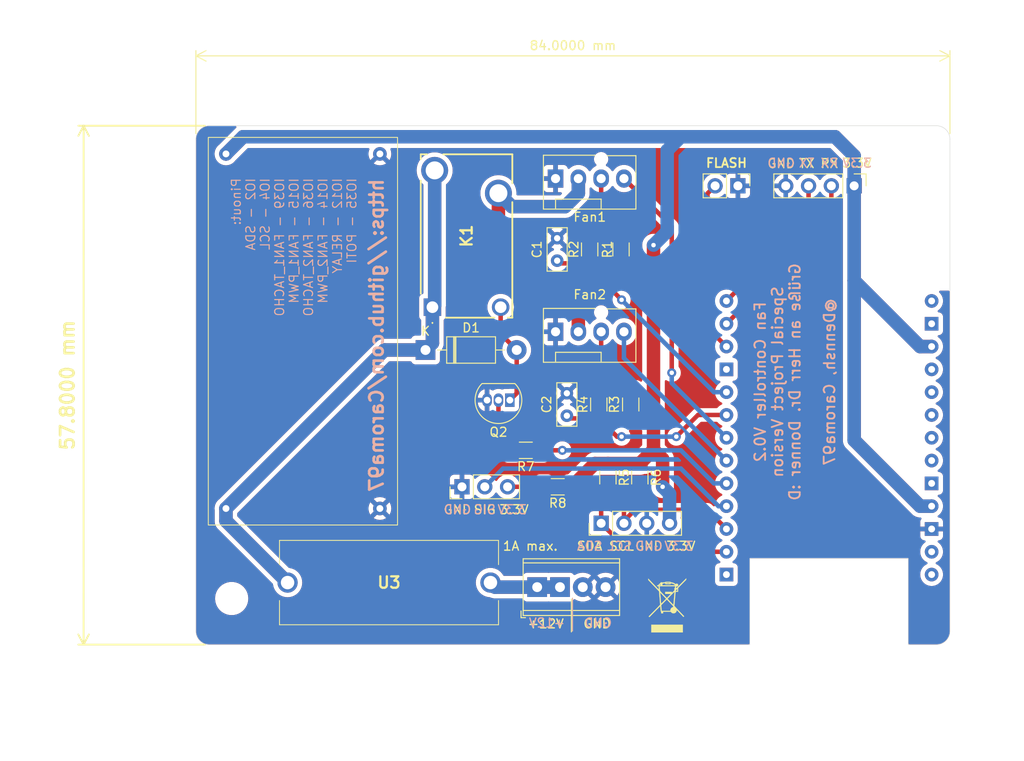
<source format=kicad_pcb>
(kicad_pcb (version 20221018) (generator pcbnew)
  (title_block (title "WS2812-Controller Ethernet") (date "2022-01-30") (rev "0.3") (company "haus-automatisierung.com") (comment 1 "Matthias Kleine"))
  (layers (0 "F.Cu" signal) (31 "B.Cu" signal) (34 "B.Paste" user) (35 "F.Paste" user) (36 "B.SilkS" user "B.Silkscreen") (37 "F.SilkS" user "F.Silkscreen") (38 "B.Mask" user) (39 "F.Mask" user) (44 "Edge.Cuts" user))
  (net 0 "")
  (net 1 "GND")
  (net 2 "/TX")
  (net 3 "/RX")
  (net 4 "IO0")
  (net 12 "+12V")
  (net 15 "FAN1_TACHO")
  (net 18 "Net-(D1-A)")
  (net 19 "FAN_VCC")
  (net 20 "FAN1_PWM")
  (net 21 "FAN2_TACHO")
  (net 22 "FAN2_PWM")
  (net 23 "SDA")
  (net 24 "SCL")
  (net 25 "+3V3")
  (net 27 "POTI")
  (net 28 "RELAY")
  (net 29 "Net-(Q2-B)")
  (net 30 "Net-(R8-Pad2)")
  (net 31 "GPIO_FAN1_TACHO")
  (net 32 "GPIO_FAN2_TACHO")
  (net 33 "/SUPPLY")
  (footprint "TerminalBlock_Phoenix:TerminalBlock_Phoenix_MPT-0,5-4-2.54_1x04_P2.54mm_Horizontal" (layer "F.Cu") (at 182.621 109.22)
    (fp_text reference "J2" hide)
    (fp_text value "Conn_01x04_Male")
    (pad "1" thru_hole rect (at 0 0) (size 2.2 2.2) (drill 1.1) (layers "*.Cu" "*.Mask") (net 33 "/SUPPLY"))
    (pad "2" thru_hole rect (at 2.54 0) (size 2.2 2.2) (drill 1.1) (layers "*.Cu" "*.Mask") (net 33 "/SUPPLY"))
    (pad "3" thru_hole circle (at 5.08 0) (size 2.2 2.2) (drill 1.1) (layers "*.Cu" "*.Mask") (net 1 "GND"))
    (pad "4" thru_hole circle (at 7.62 0) (size 2.2 2.2) (drill 1.1) (layers "*.Cu" "*.Mask") (net 1 "GND"))
  )
  (footprint "Connector_PinHeader_2.54mm:PinHeader_1x04_P2.54mm_Vertical" (layer "F.Cu") (at 217.932 64.516 -90)
    (fp_text reference "J1" hide)
    (fp_text value "Programming Port")
    (pad "1" thru_hole rect (at 0 0 270) (size 1.7 1.7) (drill 1) (layers "*.Cu" "*.Mask") (net 25 "+3V3"))
    (pad "2" thru_hole oval (at 0 2.54 270) (size 1.7 1.7) (drill 1) (layers "*.Cu" "*.Mask") (net 3 "/RX"))
    (pad "3" thru_hole oval (at 0 5.08 270) (size 1.7 1.7) (drill 1) (layers "*.Cu" "*.Mask") (net 2 "/TX"))
    (pad "4" thru_hole oval (at 0 7.62 270) (size 1.7 1.7) (drill 1) (layers "*.Cu" "*.Mask") (net 1 "GND"))
  )
  (footprint "Symbol:WEEE-Logo_4.2x6mm_SilkScreen" (layer "F.Cu") (at 197.104 111.252)
    (fp_text reference "REF**" hide)
    (fp_text value "WEEE-Logo_4.2x6mm_SilkScreen" hide)
  )
  (footprint "Connector_PinHeader_2.54mm:PinHeader_1x02_P2.54mm_Vertical" (layer "F.Cu") (at 204.983 64.516 -90)
    (fp_text reference "J5" hide)
    (fp_text value "Flash")
    (pad "1" thru_hole rect (at 0 0 270) (size 1.7 1.7) (drill 1) (layers "*.Cu" "*.Mask") (net 1 "GND"))
    (pad "2" thru_hole oval (at 0 2.54 270) (size 1.7 1.7) (drill 1) (layers "*.Cu" "*.Mask") (net 4 "IO0"))
  )
  (footprint "Library:0PTF0078P" (layer "F.Cu") (at 166.116 108.712 180)
    (fp_text reference "U3" (at 0 0 180) (layer "F.SilkS") (effects (font (size 1.27 1.27) (thickness 0.254))))
    (fp_text value "0PTF0078P" hide)
    (pad "1" thru_hole circle (at -11.3 0 180) (size 2.25 2.25) (drill 1.5) (layers "*.Cu" "*.Mask") (net 33 "/SUPPLY"))
    (pad "2" thru_hole circle (at 11.3 0 180) (size 2.25 2.25) (drill 1.5) (layers "*.Cu" "*.Mask") (net 12 "+12V"))
  )
  (footprint "Resistor_SMD:R_1206_3216Metric_Pad1.30x1.75mm_HandSolder" (layer "F.Cu") (at 190.5 97.002 -90)
    (fp_text reference "R5" (at 0 -1.82 90) (layer "F.SilkS"))
    (fp_text value "3,3k")
    (pad "1" smd roundrect (at -1.55 0 270) (size 1.3 1.75) (layers "F.Cu" "F.Paste" "F.Mask") (roundrect_rratio 0.1923076923) (net 25 "+3V3"))
    (pad "2" smd roundrect (at 1.55 0 270) (size 1.3 1.75) (layers "F.Cu" "F.Paste" "F.Mask") (roundrect_rratio 0.1923076923) (net 23 "SDA"))
  )
  (footprint "Connector_PinHeader_2.54mm:PinHeader_1x03_P2.54mm_Vertical" (layer "F.Cu") (at 174.244 98.044 90)
    (fp_text reference "RV1" hide)
    (fp_text value "10k")
    (pad "1" thru_hole rect (at 0 0 90) (size 1.7 1.7) (drill 1) (layers "*.Cu" "*.Mask") (net 1 "GND"))
    (pad "2" thru_hole oval (at 0 2.54 90) (size 1.7 1.7) (drill 1) (layers "*.Cu" "*.Mask") (net 27 "POTI"))
    (pad "3" thru_hole oval (at 0 5.08 90) (size 1.7 1.7) (drill 1) (layers "*.Cu" "*.Mask") (net 30 "Net-(R8-Pad2)"))
  )
  (footprint "Capacitor_THT:C_Rect_L4.6mm_W2.0mm_P2.50mm_MKS02_FKP02" (layer "F.Cu") (at 185.928 90.124 90)
    (fp_text reference "C2" (at 1.25 -2.25 90) (layer "F.SilkS"))
    (fp_text value "0,1n")
    (pad "1" thru_hole circle (at 0 0 90) (size 1.4 1.4) (drill 0.7) (layers "*.Cu" "*.Mask") (net 32 "GPIO_FAN2_TACHO"))
    (pad "2" thru_hole circle (at 2.5 0 90) (size 1.4 1.4) (drill 0.7) (layers "*.Cu" "*.Mask") (net 1 "GND"))
  )
  (footprint "Connector:FanPinHeader_1x04_P2.54mm_Vertical" (layer "F.Cu") (at 184.668 63.708)
    (fp_text reference "J3" hide)
    (fp_text value "FAN1")
    (pad "" np_thru_hole circle (at 5.08 -2.16 90) (size 1.1 1.1) (drill 1.1) (layers "*.Cu" "*.Mask"))
    (pad "1" thru_hole rect (at 0 0 90) (size 2.03 1.73) (drill 1.02) (layers "*.Cu" "*.Mask") (net 1 "GND"))
    (pad "2" thru_hole oval (at 2.54 0 90) (size 2.03 1.73) (drill 1.02) (layers "*.Cu" "*.Mask") (net 19 "FAN_VCC"))
    (pad "3" thru_hole oval (at 5.08 0 90) (size 2.03 1.73) (drill 1.02) (layers "*.Cu" "*.Mask") (net 15 "FAN1_TACHO"))
    (pad "4" thru_hole oval (at 7.62 0 90) (size 2.03 1.73) (drill 1.02) (layers "*.Cu" "*.Mask") (net 20 "FAN1_PWM"))
  )
  (footprint "Library:20715563" (layer "F.Cu") (at 170.952 78.034 90)
    (fp_text reference "K1" (at 7.93 3.8 90) (layer "F.SilkS") (effects (font (size 1.27 1.27) (thickness 0.254))))
    (fp_text value "2071556-3" hide)
    (pad "1" thru_hole rect (at 0 0 90) (size 1.95 1.95) (drill 1.3) (layers "*.Cu" "*.Mask") (net 12 "+12V"))
    (pad "2" thru_hole circle (at 15.24 0.25 90) (size 3 3) (drill 2) (layers "*.Cu" "*.Mask") (net 12 "+12V"))
    (pad "3" thru_hole circle (at 12.7 7.35 90) (size 3 3) (drill 2) (layers "*.Cu" "*.Mask") (net 19 "FAN_VCC"))
    (pad "4" thru_hole circle (at 0 7.6 90) (size 1.95 1.95) (drill 1.3) (layers "*.Cu" "*.Mask") (net 18 "Net-(D1-A)"))
  )
  (footprint "Resistor_SMD:R_1206_3216Metric_Pad1.30x1.75mm_HandSolder" (layer "F.Cu") (at 184.912 98.044 180)
    (fp_text reference "R8" (at 0 -1.82) (layer "F.SilkS"))
    (fp_text value "3,3k")
    (pad "1" smd roundrect (at -1.55 0 180) (size 1.3 1.75) (layers "F.Cu" "F.Paste" "F.Mask") (roundrect_rratio 0.192308) (net 25 "+3V3"))
    (pad "2" smd roundrect (at 1.55 0 180) (size 1.3 1.75) (layers "F.Cu" "F.Paste" "F.Mask") (roundrect_rratio 0.192308) (net 30 "Net-(R8-Pad2)"))
  )
  (footprint "MountingHole:MountingHole_3.2mm_M3" (layer "F.Cu") (at 225.044 61.341)
    (fp_text reference "H3" hide)
    (fp_text value "MountingHole")
    (pad "" np_thru_hole circle (at 0 0) (size 3.2 3.2) (drill 3.2) (layers "*.Cu" "*.Mask"))
  )
  (footprint "Connector_PinHeader_2.54mm:PinHeader_1x04_P2.54mm_Vertical" (layer "F.Cu") (at 189.748 102.108 90)
    (fp_text reference "J6" hide)
    (fp_text value "I2C")
    (pad "1" thru_hole rect (at 0 0 90) (size 1.7 1.7) (drill 1) (layers "*.Cu" "*.Mask") (net 23 "SDA"))
    (pad "2" thru_hole oval (at 0 2.54 90) (size 1.7 1.7) (drill 1) (layers "*.Cu" "*.Mask") (net 24 "SCL"))
    (pad "3" thru_hole oval (at 0 5.08 90) (size 1.7 1.7) (drill 1) (layers "*.Cu" "*.Mask") (net 1 "GND"))
    (pad "4" thru_hole oval (at 0 7.62 90) (size 1.7 1.7) (drill 1) (layers "*.Cu" "*.Mask") (net 25 "+3V3"))
  )
  (footprint "Connector:FanPinHeader_1x04_P2.54mm_Vertical" (layer "F.Cu") (at 184.668 80.772)
    (fp_text reference "J4" hide)
    (fp_text value "FAN2")
    (pad "" np_thru_hole circle (at 5.08 -2.16 90) (size 1.1 1.1) (drill 1.1) (layers "*.Cu" "*.Mask"))
    (pad "1" thru_hole rect (at 0 0 90) (size 2.03 1.73) (drill 1.02) (layers "*.Cu" "*.Mask") (net 1 "GND"))
    (pad "2" thru_hole oval (at 2.54 0 90) (size 2.03 1.73) (drill 1.02) (layers "*.Cu" "*.Mask") (net 19 "FAN_VCC"))
    (pad "3" thru_hole oval (at 5.08 0 90) (size 2.03 1.73) (drill 1.02) (layers "*.Cu" "*.Mask") (net 21 "FAN2_TACHO"))
    (pad "4" thru_hole oval (at 7.62 0 90) (size 2.03 1.73) (drill 1.02) (layers "*.Cu" "*.Mask") (net 22 "FAN2_PWM"))
  )
  (footprint "Diode_THT:D_DO-41_SOD81_P10.16mm_Horizontal" (layer "F.Cu") (at 170.18 82.804)
    (fp_text reference "D1" (at 5.08 -2.47) (layer "F.SilkS"))
    (fp_text value "1N4007")
    (fp_text user "K" (at 0 -2.1) (layer "F.SilkS"))
    (pad "1" thru_hole rect (at 0 0) (size 2.2 2.2) (drill 1.1) (layers "*.Cu" "*.Mask") (net 12 "+12V"))
    (pad "2" thru_hole oval (at 10.16 0) (size 2.2 2.2) (drill 1.1) (layers "*.Cu" "*.Mask") (net 18 "Net-(D1-A)"))
  )
  (footprint "Resistor_SMD:R_1206_3216Metric_Pad1.30x1.75mm_HandSolder" (layer "F.Cu") (at 194.056 97.002 -90)
    (fp_text reference "R6" (at 0 -1.82 90) (layer "F.SilkS"))
    (fp_text value "3,3k")
    (pad "1" smd roundrect (at -1.55 0 270) (size 1.3 1.75) (layers "F.Cu" "F.Paste" "F.Mask") (roundrect_rratio 0.1923076923) (net 25 "+3V3"))
    (pad "2" smd roundrect (at 1.55 0 270) (size 1.3 1.75) (layers "F.Cu" "F.Paste" "F.Mask") (roundrect_rratio 0.1923076923) (net 24 "SCL"))
  )
  (footprint "Resistor_SMD:R_1206_3216Metric_Pad1.30x1.75mm_HandSolder" (layer "F.Cu") (at 193.04 88.874 90)
    (fp_text reference "R3" (at 0 -1.82 90) (layer "F.SilkS"))
    (fp_text value "10k")
    (pad "1" smd roundrect (at -1.55 0 90) (size 1.3 1.75) (layers "F.Cu" "F.Paste" "F.Mask") (roundrect_rratio 0.1923076923) (net 25 "+3V3"))
    (pad "2" smd roundrect (at 1.55 0 90) (size 1.3 1.75) (layers "F.Cu" "F.Paste" "F.Mask") (roundrect_rratio 0.1923076923) (net 21 "FAN2_TACHO"))
  )
  (footprint "Resistor_SMD:R_1206_3216Metric_Pad1.30x1.75mm_HandSolder" (layer "F.Cu") (at 191.959 71.602 90)
    (fp_text reference "R1" (at 0 -1.524 90) (layer "F.SilkS"))
    (fp_text value "10k")
    (pad "1" smd roundrect (at -1.55 0 90) (size 1.3 1.75) (layers "F.Cu" "F.Paste" "F.Mask") (roundrect_rratio 0.1923076923) (net 25 "+3V3"))
    (pad "2" smd roundrect (at 1.55 0 90) (size 1.3 1.75) (layers "F.Cu" "F.Paste" "F.Mask") (roundrect_rratio 0.1923076923) (net 15 "FAN1_TACHO"))
  )
  (footprint "Resistor_SMD:R_1206_3216Metric_Pad1.30x1.75mm_HandSolder" (layer "F.Cu") (at 189.484 88.874 -90)
    (fp_text reference "R4" (at 0 1.768 90) (layer "F.SilkS"))
    (fp_text value "3,3k")
    (pad "1" smd roundrect (at -1.55 0 270) (size 1.3 1.75) (layers "F.Cu" "F.Paste" "F.Mask") (roundrect_rratio 0.1923076923) (net 21 "FAN2_TACHO"))
    (pad "2" smd roundrect (at 1.55 0 270) (size 1.3 1.75) (layers "F.Cu" "F.Paste" "F.Mask") (roundrect_rratio 0.1923076923) (net 32 "GPIO_FAN2_TACHO"))
  )
  (footprint "Capacitor_THT:C_Rect_L4.6mm_W2.0mm_P2.50mm_MKS02_FKP02" (layer "F.Cu") (at 184.847 72.852 90)
    (fp_text reference "C1" (at 1.25 -2.25 90) (layer "F.SilkS"))
    (fp_text value "0,1n")
    (pad "1" thru_hole circle (at 0 0 90) (size 1.4 1.4) (drill 0.7) (layers "*.Cu" "*.Mask") (net 31 "GPIO_FAN1_TACHO"))
    (pad "2" thru_hole circle (at 2.5 0 90) (size 1.4 1.4) (drill 0.7) (layers "*.Cu" "*.Mask") (net 1 "GND"))
  )
  (footprint "Package_TO_SOT_THT:TO-92_Inline" (layer "F.Cu") (at 179.578 88.392 180)
    (fp_text reference "Q2" (at 1.27 -3.56) (layer "F.SilkS"))
    (fp_text value "BC547")
    (pad "1" thru_hole rect (at 0 0 180) (size 1.05 1.5) (drill 0.75) (layers "*.Cu" "*.Mask") (net 18 "Net-(D1-A)"))
    (pad "2" thru_hole oval (at 1.27 0 180) (size 1.05 1.5) (drill 0.75) (layers "*.Cu" "*.Mask") (net 29 "Net-(Q2-B)"))
    (pad "3" thru_hole oval (at 2.54 0 180) (size 1.05 1.5) (drill 0.75) (layers "*.Cu" "*.Mask") (net 1 "GND"))
  )
  (footprint "Resistor_SMD:R_1206_3216Metric_Pad1.30x1.75mm_HandSolder" (layer "F.Cu") (at 181.356 93.98 180)
    (fp_text reference "R7" (at 0 -1.82) (layer "F.SilkS"))
    (fp_text value "1k")
    (pad "1" smd roundrect (at -1.55 0 180) (size 1.3 1.75) (layers "F.Cu" "F.Paste" "F.Mask") (roundrect_rratio 0.192308) (net 28 "RELAY"))
    (pad "2" smd roundrect (at 1.55 0 180) (size 1.3 1.75) (layers "F.Cu" "F.Paste" "F.Mask") (roundrect_rratio 0.192308) (net 29 "Net-(Q2-B)"))
  )
  (footprint "SamacSys_Parts:2596S-ADJ_3A_DC-DC_Step_Down_Buck_Power_Module" (layer "F.Cu") (at 156.527 80.71 90)
    (fp_text reference "U2" hide)
    (fp_text value "~")
    (pad "1" thru_hole circle (at -19.75 -8.573 90) (size 1.524 1.524) (drill 0.762) (layers "*.Cu" "*.Mask") (net 12 "+12V"))
    (pad "2" thru_hole circle (at -19.75 8.573 90) (size 1.524 1.524) (drill 0.762) (layers "*.Cu" "*.Mask") (net 1 "GND"))
    (pad "3" thru_hole circle (at 19.75 8.573) (size 1.524 1.524) (drill 0.762) (layers "*.Cu" "*.Mask") (net 1 "GND"))
    (pad "4" thru_hole circle (at 19.75 -8.573 90) (size 1.524 1.524) (drill 0.762) (layers "*.Cu" "*.Mask") (net 25 "+3V3"))
  )
  (footprint "Resistor_SMD:R_1206_3216Metric_Pad1.30x1.75mm_HandSolder" (layer "F.Cu") (at 188.468 71.602 -90)
    (fp_text reference "R2" (at 0 1.768 90) (layer "F.SilkS"))
    (fp_text value "3,3k")
    (pad "1" smd roundrect (at -1.55 0 270) (size 1.3 1.75) (layers "F.Cu" "F.Paste" "F.Mask") (roundrect_rratio 0.1923076923) (net 15 "FAN1_TACHO"))
    (pad "2" smd roundrect (at 1.55 0 270) (size 1.3 1.75) (layers "F.Cu" "F.Paste" "F.Mask") (roundrect_rratio 0.1923076923) (net 31 "GPIO_FAN1_TACHO"))
  )
  (footprint "MountingHole:MountingHole_3.2mm_M3" (layer "F.Cu") (at 148.59 110.49)
    (fp_text reference "H1" hide)
    (fp_text value "MountingHole")
    (pad "" np_thru_hole circle (at 0 0) (size 3.2 3.2) (drill 3.2) (layers "*.Cu" "*.Mask"))
  )
  (footprint "haus-automatisierung:WT32_ETH01" (layer "B.Cu") (at 214.426815 73.552049 180)
    (fp_text reference "U1" hide)
    (fp_text value "WT32_ETH01")
    (pad "1" thru_hole circle (at -12.13612 -3.78968 180) (size 1.524 1.524) (drill 0.762) (layers "*.Cu" "*.Mask"))
    (pad "2" thru_hole rect (at -12.13612 -6.32968 180) (size 1.524 1.524) (drill 0.762) (layers "*.Cu" "*.Mask"))
    (pad "3" thru_hole circle (at -12.13612 -8.86968 180) (size 1.524 1.524) (drill 0.762) (layers "*.Cu" "*.Mask") (net 25 "+3V3"))
    (pad "4" thru_hole circle (at -12.13612 -11.40968 180) (size 1.524 1.524) (drill 0.762) (layers "*.Cu" "*.Mask"))
    (pad "5" thru_hole circle (at -12.13612 -13.94968 180) (size 1.524 1.524) (drill 0.762) (layers "*.Cu" "*.Mask"))
    (pad "6" thru_hole circle (at -12.13612 -16.48968 180) (size 1.524 1.524) (drill 0.762) (layers "*.Cu" "*.Mask"))
    (pad "7" thru_hole circle (at -12.13612 -19.02968 180) (size 1.524 1.524) (drill 0.762) (layers "*.Cu" "*.Mask"))
    (pad "8" thru_hole circle (at -12.13612 -21.56968 180) (size 1.524 1.524) (drill 0.762) (layers "*.Cu" "*.Mask"))
    (pad "9" thru_hole rect (at -12.13612 -24.10968 180) (size 1.524 1.524) (drill 0.762) (layers "*.Cu" "*.Mask"))
    (pad "10" thru_hole circle (at -12.13612 -26.64968 180) (size 1.524 1.524) (drill 0.762) (layers "*.Cu" "*.Mask") (net 25 "+3V3"))
    (pad "11" thru_hole rect (at -12.13612 -29.18968 180) (size 1.524 1.524) (drill 0.762) (layers "*.Cu" "*.Mask") (net 1 "GND"))
    (pad "12" thru_hole circle (at -12.13612 -31.72968 180) (size 1.524 1.524) (drill 0.762) (layers "*.Cu" "*.Mask"))
    (pad "13" thru_hole circle (at -12.13612 -34.26968 180) (size 1.524 1.524) (drill 0.762) (layers "*.Cu" "*.Mask"))
    (pad "14" thru_hole circle (at 10.72388 -3.78968 180) (size 1.524 1.524) (drill 0.762) (layers "*.Cu" "*.Mask") (net 2 "/TX"))
    (pad "15" thru_hole circle (at 10.72388 -6.32968 180) (size 1.524 1.524) (drill 0.762) (layers "*.Cu" "*.Mask") (net 3 "/RX"))
    (pad "16" thru_hole circle (at 10.72388 -8.86968 180) (size 1.524 1.524) (drill 0.762) (layers "*.Cu" "*.Mask") (net 4 "IO0"))
    (pad "17" thru_hole rect (at 10.72388 -11.40968 180) (size 1.524 1.524) (drill 0.762) (layers "*.Cu" "*.Mask"))
    (pad "18" thru_hole circle (at 10.72388 -13.94968 180) (size 1.524 1.524) (drill 0.762) (layers "*.Cu" "*.Mask") (net 31 "GPIO_FAN1_TACHO"))
    (pad "19" thru_hole circle (at 10.72388 -16.48968 180) (size 1.524 1.524) (drill 0.762) (layers "*.Cu" "*.Mask") (net 32 "GPIO_FAN2_TACHO"))
    (pad "20" thru_hole circle (at 10.72388 -19.02968 180) (size 1.524 1.524) (drill 0.762) (layers "*.Cu" "*.Mask") (net 20 "FAN1_PWM"))
    (pad "21" thru_hole circle (at 10.72388 -21.56968 180) (size 1.524 1.524) (drill 0.762) (layers "*.Cu" "*.Mask") (net 22 "FAN2_PWM"))
    (pad "22" thru_hole circle (at 10.72388 -24.10968 180) (size 1.524 1.524) (drill 0.762) (layers "*.Cu" "*.Mask") (net 28 "RELAY"))
    (pad "23" thru_hole circle (at 10.72388 -26.64968 180) (size 1.524 1.524) (drill 0.762) (layers "*.Cu" "*.Mask") (net 27 "POTI"))
    (pad "24" thru_hole circle (at 10.72388 -29.18968 180) (size 1.524 1.524) (drill 0.762) (layers "*.Cu" "*.Mask") (net 24 "SCL"))
    (pad "25" thru_hole circle (at 10.72388 -31.72968 180) (size 1.524 1.524) (drill 0.762) (layers "*.Cu" "*.Mask") (net 23 "SDA"))
    (pad "26" thru_hole rect (at 10.72388 -34.26968 180) (size 1.524 1.524) (drill 0.762) (layers "*.Cu" "*.Mask"))
  )
  (gr_line (start 186.558 114.1072) (end 186.558 110.4496) (stroke (width 0.12)) (layer "B.SilkS"))
  (gr_line (start 186.431 110.5512) (end 186.431 114.2088) (stroke (width 0.12)) (layer "F.SilkS"))
  (gr_line locked (start 228.602895 114.117268) (end 228.602895 59.326188) (stroke (width 0.05)) (layer "Edge.Cuts"))
  (gr_arc locked (start 228.602895 114.117268) (mid 228.162227 115.18105) (end 227.098435 115.621728) (stroke (width 0.05)) (layer "Edge.Cuts"))
  (gr_arc locked (start 227.098435 57.821728) (mid 228.162295 58.26235) (end 228.602895 59.326188) (stroke (width 0.05)) (layer "Edge.Cuts"))
  (gr_arc locked (start 144.602935 59.326188) (mid 145.043593 58.262385) (end 146.107395 57.821728) (stroke (width 0.05)) (layer "Edge.Cuts"))
  (gr_line locked (start 144.602935 59.326188) (end 144.602935 114.121728) (stroke (width 0.05)) (layer "Edge.Cuts"))
  (gr_line locked (start 146.107395 57.821728) (end 227.098435 57.821728) (stroke (width 0.05)) (layer "Edge.Cuts"))
  (gr_line locked (start 206.302935 106.021728) (end 223.962935 106.021728) (stroke (width 0.05)) (layer "Edge.Cuts"))
  (gr_line locked (start 223.962935 115.621728) (end 227.098435 115.621728) (stroke (width 0.05)) (layer "Edge.Cuts"))
  (gr_line locked (start 206.302935 115.621728) (end 146.102935 115.621728) (stroke (width 0.05)) (layer "Edge.Cuts"))
  (gr_line locked (start 206.302935 115.621728) (end 206.302935 106.021728) (stroke (width 0.05)) (layer "Edge.Cuts"))
  (gr_arc locked (start 146.102935 115.621728) (mid 145.042242 115.182402) (end 144.602935 114.121728) (stroke (width 0.05)) (layer "Edge.Cuts"))
  (gr_line locked (start 223.962935 106.021728) (end 223.962935 115.621728) (stroke (width 0.05)) (layer "Edge.Cuts"))
  (gr_text "Fan Controller V0.2\nSpecial Project Version\nGrüße an Herr Dr. Donner :D\n\n@Dennsh, Caroma97" (at 211.328 86.36 90) (layer "B.SilkS") (effects (font (size 1.2 1.2) (thickness 0.2)) (justify mirror)))
  (gr_text "GND" (at 189.423064 113.201672) (layer "B.SilkS") (effects (font (size 1 1)) (justify mirror)))
  (gr_text "GND" (at 195.072 104.648) (layer "B.SilkS") (effects (font (size 1 1)) (justify mirror)))
  (gr_text "https://github.com/Caroma97" (at 165.608 63.58 90) (layer "B.SilkS") (effects (font (size 1.5 1.5) (thickness 0.3) bold) (justify left bottom mirror)))
  (gr_text "+12V" (at 183.708064 113.201672) (layer "B.SilkS") (effects (font (size 1 1)) (justify mirror)))
  (gr_text "SDA" (at 188.468 104.648) (layer "B.SilkS") (effects (font (size 1 1)) (justify mirror)))
  (gr_text "SCL" (at 191.809714 104.648) (layer "B.SilkS") (effects (font (size 1 1)) (justify mirror)))
  (gr_text "Pinout:\nIO2 - SDA\nIO4 - SCL\nIO39 - FAN1_TACHO\nIO15 - FAN1_PWM\nIO36 - FAN2_TACHO\nIO14 - FAN2_PWM\nIO12 - RELAY\nIO35 - POTI" (at 162.56 63.58 90) (layer "B.SilkS") (effects (font (size 1 1) (thickness 0.125)) (justify left bottom mirror)))
  (gr_text "3.3V" (at 198.413714 104.648) (layer "B.SilkS") (effects (font (size 1 1)) (justify mirror)))
  (gr_text "SIG" (at 176.784 100.584) (layer "B.SilkS") (effects (font (size 1 1)) (justify mirror)))
  (gr_text "GND" (at 173.736 100.584) (layer "B.SilkS") (effects (font (size 1 1)) (justify mirror)))
  (gr_text "GND" (at 209.798048 61.976) (layer "B.SilkS") (effects (font (size 1 1)) (justify mirror)))
  (gr_text "RX" (at 215.179 61.976) (layer "B.SilkS") (effects (font (size 1 1)) (justify mirror)))
  (gr_text "3.3V" (at 218.26 61.976) (layer "B.SilkS") (effects (font (size 1 1)) (justify mirror)))
  (gr_text "TX" (at 212.639 61.976) (layer "B.SilkS") (effects (font (size 1 1)) (justify mirror)))
  (gr_text "3.3V" (at 179.832 100.584) (layer "B.SilkS") (effects (font (size 1 1)) (justify mirror)))
  (gr_text "3.3V" (at 180.046286 100.584) (layer "F.SilkS") (effects (font (size 1 1))))
  (gr_text "TX" (at 212.644952 62.0302) (layer "F.SilkS") (effects (font (size 1 1))))
  (gr_text "Fan2\n" (at 186.570976 77.216) (layer "F.SilkS") (effects (font (size 1 1)) (justify left bottom)))
  (gr_text "RX" (at 215.179 62.0302) (layer "F.SilkS") (effects (font (size 1 1))))
  (gr_text "GND" (at 189.296064 113.303272) (layer "F.SilkS") (effects (font (size 1 1))))
  (gr_text "GND" (at 173.736 100.584) (layer "F.SilkS") (effects (font (size 1 1))))
  (gr_text "SDA" (at 188.468 104.648) (layer "F.SilkS") (effects (font (size 1 1))))
  (gr_text "+12V" (at 183.581064 113.303272) (layer "F.SilkS") (effects (font (size 1 1))))
  (gr_text "SIG\n" (at 176.784 100.584) (layer "F.SilkS") (effects (font (size 1 1))))
  (gr_text "FLASH" (at 203.708 61.976) (layer "F.SilkS") (effects (font (size 1 1) (thickness 0.2))))
  (gr_text "Fan1" (at 186.570976 68.58) (layer "F.SilkS") (effects (font (size 1 1)) (justify left bottom)))
  (gr_text "1A max." (at 181.864 104.648) (layer "F.SilkS") (effects (font (size 1 1))))
  (gr_text "3.3V" (at 198.628 104.648) (layer "F.SilkS") (effects (font (size 1 1))))
  (gr_text "GND" (at 195.072 104.648) (layer "F.SilkS") (effects (font (size 1 1))))
  (gr_text "SCL" (at 192.024 104.648) (layer "F.SilkS") (effects (font (size 1 1))))
  (gr_text "GND" (at 209.804 62.0302) (layer "F.SilkS") (effects (font (size 1 1))))
  (gr_text "3.3V" (at 218.26 61.976) (layer "F.SilkS") (effects (font (size 1 1))))
  (dimension locked (type aligned) (layer "F.SilkS") (pts (xy 146.107395 57.821728) (xy 146.102935 115.621728)) (height 14.010035) (gr_text locked "57,8000 mm" (at 130.29513 86.720508 89.99557891) (layer "F.SilkS") (effects (font (size 1.5 1.5) (thickness 0.3)))) (format (prefix "") (suffix "") (units 3) (units_format 1) (precision 4)) (style (thickness 0.2) (arrow_length 1.27) (text_position_mode 0) (extension_height 0.58642) (extension_offset 0.5) keep_text_aligned))
  (dimension locked (type aligned) (layer "F.SilkS") (pts (xy 144.602935 59.199188) (xy 228.602895 59.199188)) (height -9.161188) (gr_text locked "84,0000 mm" (at 186.602915 48.888) (layer "F.SilkS") (effects (font (size 1 1) (thickness 0.15)))) (format (prefix "") (suffix "") (units 3) (units_format 1) (precision 4)) (style (thickness 0.12) (arrow_length 1.27) (text_position_mode 0) (extension_height 0.58642) (extension_offset 0.5) keep_text_aligned))
  (segment (start 212.852 68.192664) (end 203.702935 77.341729) (width 0.5) (layer "F.Cu") (net 2))
  (segment (start 212.852 64.516) (end 212.852 68.192664) (width 0.5) (layer "F.Cu") (net 2))
  (segment (start 215.392 68.192664) (end 203.702935 79.881729) (width 0.5) (layer "F.Cu") (net 3))
  (segment (start 215.392 64.516) (end 215.392 68.192664) (width 0.5) (layer "F.Cu") (net 3))
  (segment (start 202.443 64.516) (end 201.593 65.366) (width 0.5) (layer "F.Cu") (net 4))
  (segment (start 201.593 80.311794) (end 203.702935 82.421729) (width 0.5) (layer "F.Cu") (net 4))
  (segment (start 201.593 65.366) (end 201.593 80.311794) (width 0.5) (layer "F.Cu") (net 4))
  (segment (start 170.18 82.804) (end 165.61 82.804) (width 1.5) (layer "F.Cu") (net 12))
  (segment (start 170.952 78.034) (end 170.952 82.032) (width 1.5) (layer "F.Cu") (net 12))
  (segment (start 165.61 82.804) (end 147.954 100.46) (width 1.5) (layer "F.Cu") (net 12))
  (segment (start 171.202 77.784) (end 170.952 78.034) (width 1.5) (layer "F.Cu") (net 12))
  (segment (start 171.202 62.794) (end 171.202 77.784) (width 1.5) (layer "F.Cu") (net 12))
  (segment (start 147.954 101.85) (end 154.816 108.712) (width 1.5) (layer "F.Cu") (net 12))
  (segment (start 170.952 82.032) (end 170.18 82.804) (width 1.5) (layer "F.Cu") (net 12))
  (segment (start 147.954 100.46) (end 147.954 101.85) (width 1.5) (layer "F.Cu") (net 12))
  (segment (start 171.202 62.794) (end 171.202 77.784) (width 1.5) (layer "B.Cu") (net 12))
  (segment (start 147.954 100.46) (end 147.954 101.85) (width 1.5) (layer "B.Cu") (net 12))
  (segment (start 170.952 78.034) (end 170.952 82.032) (width 1.5) (layer "B.Cu") (net 12))
  (segment (start 165.61 82.804) (end 147.954 100.46) (width 1.5) (layer "B.Cu") (net 12))
  (segment (start 171.202 77.784) (end 170.952 78.034) (width 1.5) (layer "B.Cu") (net 12))
  (segment (start 170.952 82.032) (end 170.18 82.804) (width 1.5) (layer "B.Cu") (net 12))
  (segment (start 170.18 82.804) (end 165.61 82.804) (width 1.5) (layer "B.Cu") (net 12))
  (segment (start 147.954 101.85) (end 154.816 108.712) (width 1.5) (layer "B.Cu") (net 12))
  (segment (start 191.959 70.052) (end 191.028 70.052) (width 0.5) (layer "F.Cu") (net 15))
  (segment (start 189.748 63.708) (end 189.748 68.772) (width 0.5) (layer "F.Cu") (net 15))
  (segment (start 189.748 68.772) (end 188.468 70.052) (width 0.5) (layer "F.Cu") (net 15))
  (segment (start 191.028 70.052) (end 189.748 68.772) (width 0.5) (layer "F.Cu") (net 15))
  (segment (start 178.552 81.016) (end 180.34 82.804) (width 0.5) (layer "F.Cu") (net 18))
  (segment (start 178.552 78.034) (end 178.552 81.016) (width 0.5) (layer "F.Cu") (net 18))
  (segment (start 180.34 82.804) (end 180.34 87.63) (width 0.5) (layer "F.Cu") (net 18))
  (segment (start 180.34 87.63) (end 179.578 88.392) (width 0.5) (layer "F.Cu") (net 18))
  (segment (start 179.802 66.834) (end 178.302 65.334) (width 1.5) (layer "F.Cu") (net 19))
  (segment (start 187.208 80.772) (end 187.208 79.132) (width 1.5) (layer "F.Cu") (net 19))
  (segment (start 185.722 66.834) (end 179.802 66.834) (width 1.5) (layer "F.Cu") (net 19))
  (segment (start 187.208 79.132) (end 182.752 74.676) (width 1.5) (layer "F.Cu") (net 19))
  (segment (start 182.752 74.676) (end 179.324 74.676) (width 1.5) (layer "F.Cu") (net 19))
  (segment (start 187.208 65.348) (end 185.722 66.834) (width 1.5) (layer "F.Cu") (net 19))
  (segment (start 179.324 74.676) (end 178.302 73.654) (width 1.5) (layer "F.Cu") (net 19))
  (segment (start 178.302 73.654) (end 178.302 65.334) (width 1.5) (layer "F.Cu") (net 19))
  (segment (start 187.208 63.708) (end 187.208 65.348) (width 1.5) (layer "F.Cu") (net 19))
  (segment (start 185.722 66.834) (end 179.802 66.834) (width 1.5) (layer "B.Cu") (net 19))
  (segment (start 187.208 63.708) (end 187.208 65.348) (width 1.5) (layer "B.Cu") (net 19))
  (segment (start 187.208 65.348) (end 185.722 66.834) (width 1.5) (layer "B.Cu") (net 19))
  (segment (start 179.802 66.834) (end 178.302 65.334) (width 1.5) (layer "B.Cu") (net 19))
  (segment (start 197.612 85.344) (end 197.612 69.032) (width 0.5) (layer "F.Cu") (net 20))
  (segment (start 197.612 69.032) (end 192.288 63.708) (width 0.5) (layer "F.Cu") (net 20))
  (via (at 197.612 85.344) (size 1) (drill 0.5) (layers "F.Cu" "B.Cu") (net 20))
  (segment (start 197.612 86.490794) (end 197.612 85.344) (width 0.5) (layer "B.Cu") (net 20))
  (segment (start 203.702935 92.581729) (end 197.612 86.490794) (width 0.5) (layer "B.Cu") (net 20))
  (segment (start 190.204 87.324) (end 189.748 86.868) (width 0.5) (layer "F.Cu") (net 21))
  (segment (start 189.748 87.06) (end 189.484 87.324) (width 0.5) (layer "F.Cu") (net 21))
  (segment (start 193.04 87.324) (end 190.204 87.324) (width 0.5) (layer "F.Cu") (net 21))
  (segment (start 189.748 80.772) (end 189.748 86.868) (width 0.5) (layer "F.Cu") (net 21))
  (segment (start 189.748 86.868) (end 189.748 87.06) (width 0.5) (layer "F.Cu") (net 21))
  (segment (start 192.288 83.706794) (end 192.288 80.772) (width 0.5) (layer "B.Cu") (net 22))
  (segment (start 203.702935 95.121729) (end 192.288 83.706794) (width 0.5) (layer "B.Cu") (net 22))
  (segment (start 189.748 99.304) (end 190.5 98.552) (width 0.5) (layer "F.Cu") (net 23))
  (segment (start 192.921729 105.281729) (end 203.702935 105.281729) (width 0.5) (layer "F.Cu") (net 23))
  (segment (start 189.748 102.108) (end 189.748 99.304) (width 0.5) (layer "F.Cu") (net 23))
  (segment (start 189.748 102.108) (end 192.921729 105.281729) (width 0.5) (layer "F.Cu") (net 23))
  (segment (start 192.288 102.108) (end 192.288 101.844) (width 0.5) (layer "F.Cu") (net 24))
  (segment (start 192.288 102.108) (end 192.288 100.32) (width 0.5) (layer "F.Cu") (net 24))
  (segment (start 192.288 100.32) (end 194.056 98.552) (width 0.5) (layer "F.Cu") (net 24))
  (segment (start 192.288 101.844) (end 193.524 100.608) (width 0.5) (layer "F.Cu") (net 24))
  (segment (start 201.569206 100.608) (end 203.702935 102.741729) (width 0.5) (layer "F.Cu") (net 24))
  (segment (start 193.524 100.608) (end 201.569206 100.608) (width 0.5) (layer "F.Cu") (net 24))
  (segment (start 196.596 94.944) (end 195.58 93.928) (width 1.5) (layer "F.Cu") (net 25))
  (segment (start 217.932 75.074794) (end 217.932 92.854794) (width 1.5) (layer "F.Cu") (net 25))
  (segment (start 195.58 76.773) (end 191.959 73.152) (width 1.5) (layer "F.Cu") (net 25))
  (segment (start 195.58 93.928) (end 194.056 95.452) (width 1.5) (layer "F.Cu") (net 25))
  (segment (start 149.866 59.048) (end 147.954 60.96) (width 1.5) (layer "F.Cu") (net 25))
  (segment (start 217.932 75.074794) (end 225.278935 82.421729) (width 1.5) (layer "F.Cu") (net 25))
  (segment (start 195.58 89.408) (end 195.58 93.928) (width 1.5) (layer "F.Cu") (net 25))
  (segment (start 217.932 61.179572) (end 215.800428 59.048) (width 1.5) (layer "F.Cu") (net 25))
  (segment (start 196.596 98.044) (end 196.596 94.944) (width 1.5) (layer "F.Cu") (net 25))
  (segment (start 189.054 95.452) (end 186.462 98.044) (width 1.5) (layer "F.Cu") (net 25))
  (segment (start 215.800428 59.048) (end 149.866 59.048) (width 1.5) (layer "F.Cu") (net 25))
  (segment (start 217.932 92.854794) (end 225.278935 100.201729) (width 1.5) (layer "F.Cu") (net 25))
  (segment (start 194.056 95.452) (end 190.5 95.452) (width 1.5) (layer "F.Cu") (net 25))
  (segment (start 190.5 95.452) (end 189.054 95.452) (width 1.5) (layer "F.Cu") (net 25))
  (segment (start 195.58 76.773) (end 195.58 71.12) (width 1.5) (layer "F.Cu") (net 25))
  (segment (start 193.04 90.424) (end 194.564 90.424) (width 1.5) (layer "F.Cu") (net 25))
  (segment (start 217.932 64.516) (end 217.932 75.074794) (width 1.5) (layer "F.Cu") (net 25))
  (segment (start 225.278935 82.421729) (end 226.562935 82.421729) (width 1.5) (layer "F.Cu") (net 25))
  (segment (start 195.58 89.408) (end 195.58 76.773) (width 1.5) (layer "F.Cu") (net 25))
  (segment (start 225.278935 100.201729) (end 226.562935 100.201729) (width 1.5) (layer "F.Cu") (net 25))
  (segment (start 194.564 90.424) (end 195.58 89.408) (width 1.5) (layer "F.Cu") (net 25))
  (segment (start 217.932 64.516) (end 217.932 61.179572) (width 1.5) (layer "F.Cu") (net 25))
  (via (at 196.596 98.044) (size 1) (drill 0.5) (layers "F.Cu" "B.Cu") (net 25))
  (via (at 195.58 71.12) (size 1) (drill 0.5) (layers "F.Cu" "B.Cu") (net 25))
  (segment (start 149.866 59.048) (end 215.800428 59.048) (width 1.5) (layer "B.Cu") (net 25))
  (segment (start 195.58 71.12) (end 197.104 69.596) (width 1.5) (layer "B.Cu") (net 25))
  (segment (start 217.932 64.516) (end 217.932 75.074794) (width 1.5) (layer "B.Cu") (net 25))
  (segment (start 197.368 102.108) (end 197.368 98.816) (width 1.5) (layer "B.Cu") (net 25))
  (segment (start 225.278935 82.421729) (end 226.562935 82.421729) (width 1.5) (layer "B.Cu") (net 25))
  (segment (start 217.932 75.074794) (end 217.932 92.854794) (width 1.5) (layer "B.Cu") (net 25))
  (segment (start 197.368 98.816) (end 196.596 98.044) (width 1.5) (layer "B.Cu") (net 25))
  (segment (start 197.104 69.596) (end 197.104 60.572) (width 1.5) (layer "B.Cu") (net 25))
  (segment (start 225.278935 100.201729) (end 226.562935 100.201729) (width 1.5) (layer "B.Cu") (net 25))
  (segment (start 215.800428 59.048) (end 217.932 61.179572) (width 1.5) (layer "B.Cu") (net 25))
  (segment (start 217.932 75.074794) (end 225.278935 82.421729) (width 1.5) (layer "B.Cu") (net 25))
  (segment (start 217.932 92.854794) (end 225.278935 100.201729) (width 1.5) (layer "B.Cu") (net 25))
  (segment (start 197.104 60.572) (end 198.628 59.048) (width 1.5) (layer "B.Cu") (net 25))
  (segment (start 217.932 61.179572) (end 217.932 64.516) (width 1.5) (layer "B.Cu") (net 25))
  (segment (start 147.954 60.96) (end 149.866 59.048) (width 1.5) (layer "B.Cu") (net 25))
  (segment (start 178.816 96.012) (end 198.628 96.012) (width 0.5) (layer "B.Cu") (net 27))
  (segment (start 176.784 98.044) (end 178.816 96.012) (width 0.5) (layer "B.Cu") (net 27))
  (segment (start 202.817729 100.201729) (end 203.702935 100.201729) (width 0.5) (layer "B.Cu") (net 27))
  (segment (start 198.628 96.012) (end 202.817729 100.201729) (width 0.5) (layer "B.Cu") (net 27))
  (segment (start 182.906 93.98) (end 185.42 93.98) (width 0.5) (layer "F.Cu") (net 28))
  (via (at 185.42 93.98) (size 1) (drill 0.5) (layers "F.Cu" "B.Cu") (net 28))
  (segment (start 202.309729 97.661729) (end 203.702935 97.661729) (width 0.5) (layer "B.Cu") (net 28))
  (segment (start 198.628 93.98) (end 202.309729 97.661729) (width 0.5) (layer "B.Cu") (net 28))
  (segment (start 185.42 93.98) (end 198.628 93.98) (width 0.5) (layer "B.Cu") (net 28))
  (segment (start 179.806 93.98) (end 178.308 92.482) (width 0.5) (layer "F.Cu") (net 29))
  (segment (start 178.308 92.482) (end 178.308 88.392) (width 0.5) (layer "F.Cu") (net 29))
  (segment (start 183.362 98.044) (end 179.324 98.044) (width 0.5) (layer "F.Cu") (net 30))
  (segment (start 188.468 73.66) (end 188.468 73.152) (width 0.5) (layer "F.Cu") (net 31))
  (segment (start 188.468 73.152) (end 185.147 73.152) (width 0.5) (layer "F.Cu") (net 31))
  (segment (start 185.147 73.152) (end 184.847 72.852) (width 0.5) (layer "F.Cu") (net 31))
  (segment (start 192.024 77.216) (end 188.468 73.66) (width 0.5) (layer "F.Cu") (net 31))
  (via (at 192.024 77.216) (size 1) (drill 0.5) (layers "F.Cu" "B.Cu") (net 31))
  (segment (start 202.309729 87.501729) (end 192.024 77.216) (width 0.5) (layer "B.Cu") (net 31))
  (segment (start 203.702935 87.501729) (end 202.309729 87.501729) (width 0.5) (layer "B.Cu") (net 31))
  (segment (start 189.484 90.424) (end 186.228 90.424) (width 0.5) (layer "F.Cu") (net 32))
  (segment (start 203.702935 90.041729) (end 200.534271 90.041729) (width 0.5) (layer "F.Cu") (net 32))
  (segment (start 186.228 90.424) (end 185.928 90.124) (width 0.5) (layer "F.Cu") (net 32))
  (segment (start 192.024 92.456) (end 191.516 92.456) (width 0.5) (layer "F.Cu") (net 32))
  (segment (start 191.516 92.456) (end 189.484 90.424) (width 0.5) (layer "F.Cu") (net 32))
  (segment (start 200.534271 90.041729) (end 198.12 92.456) (width 0.5) (layer "F.Cu") (net 32))
  (via (at 198.12 92.456) (size 1) (drill 0.5) (layers "F.Cu" "B.Cu") (net 32))
  (via (at 192.024 92.456) (size 1) (drill 0.5) (layers "F.Cu" "B.Cu") (net 32))
  (segment (start 198.12 92.456) (end 192.024 92.456) (width 0.5) (layer "B.Cu") (net 32))
  (segment (start 177.924 109.22) (end 177.416 108.712) (width 1.5) (layer "F.Cu") (net 33))
  (segment (start 185.161 109.22) (end 182.621 109.22) (width 1.5) (layer "F.Cu") (net 33))
  (segment (start 182.621 109.22) (end 177.924 109.22) (width 1.5) (layer "F.Cu") (net 33))
  (segment (start 177.924 109.22) (end 177.416 108.712) (width 1.5) (layer "B.Cu") (net 33))
  (segment (start 185.161 109.22) (end 182.621 109.22) (width 1.5) (layer "B.Cu") (net 33))
  (segment (start 182.621 109.22) (end 177.924 109.22) (width 1.5) (layer "B.Cu") (net 33))
  (zone (net 0) (net_name "") (layers "F&B.Cu") (connect_pads (clearance 0)) (min_thickness 0.254)
    (keepout (tracks allowed) (vias allowed) (pads allowed) (copperpour not_allowed) (footprints allowed))
    (fill (thermal_gap 0.508) (thermal_bridge_width 0.508))
    (polygon (pts (xy 228.6 67.945) (xy 225.425 67.945) (xy 225.425 76.2) (xy 228.6 76.2)))
  )
  (zone (net 1) (net_name "GND") (layers "F&B.Cu") (connect_pads (clearance 0.508)) (min_thickness 0.254) (fill yes (thermal_gap 0.508) (thermal_bridge_width 0.508))
    (polygon (pts (xy 129.54 118.11) (xy 236.855 118.11) (xy 236.855 43.815) (xy 129.54 43.815)))
  )
)
</source>
